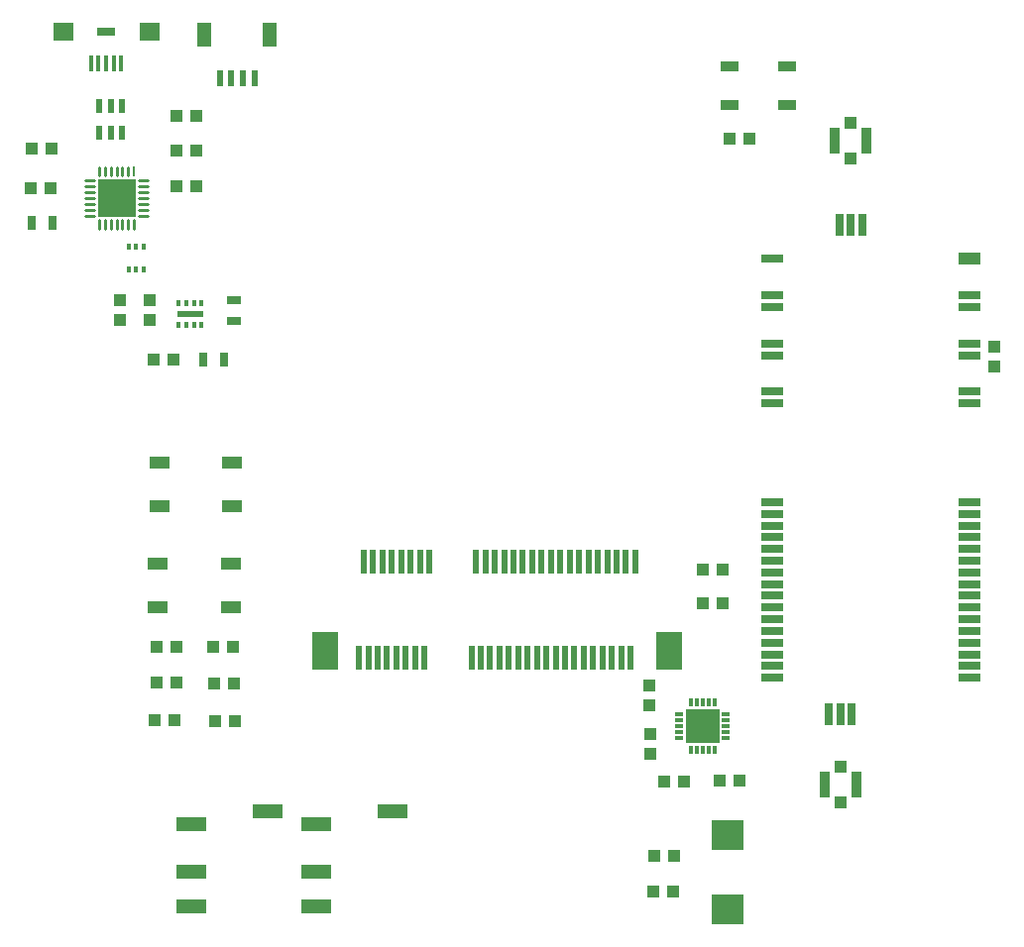
<source format=gbr>
G04 EAGLE Gerber RS-274X export*
G75*
%MOMM*%
%FSLAX34Y34*%
%LPD*%
%INSolderpaste Top*%
%IPPOS*%
%AMOC8*
5,1,8,0,0,1.08239X$1,22.5*%
G01*
%ADD10R,1.850000X0.800000*%
%ADD11R,0.800000X1.850000*%
%ADD12R,1.850000X1.000000*%
%ADD13R,0.600000X2.000000*%
%ADD14R,2.300000X3.200000*%
%ADD15R,0.750000X0.300000*%
%ADD16R,0.300000X0.750000*%
%ADD17R,2.900000X2.900000*%
%ADD18R,2.500000X1.200000*%
%ADD19R,0.850000X2.200000*%
%ADD20R,1.000000X1.050000*%
%ADD21R,0.400000X1.450000*%
%ADD22R,1.800000X1.500000*%
%ADD23R,1.500000X0.700000*%
%ADD24R,0.600000X1.200000*%
%ADD25R,0.300000X0.600000*%
%ADD26R,2.250000X0.600000*%
%ADD27R,0.620000X0.600000*%
%ADD28R,1.200000X0.800000*%
%ADD29R,0.800000X1.200000*%
%ADD30R,1.100000X1.000000*%
%ADD31R,1.000000X1.100000*%
%ADD32R,0.400000X0.500000*%
%ADD33R,1.800000X1.100000*%
%ADD34R,1.500000X0.900000*%
%ADD35R,2.700000X2.550000*%
%ADD36R,1.200000X2.000000*%
%ADD37R,0.600000X1.350000*%
%ADD38R,2.056000X2.056000*%
%ADD39R,0.242000X0.960000*%
%ADD40C,0.242000*%
%ADD41R,3.250000X3.250000*%


D10*
X857200Y595550D03*
X857200Y564350D03*
X857200Y554350D03*
X857200Y523150D03*
X857200Y513150D03*
X857200Y481950D03*
X857200Y471950D03*
X857200Y387450D03*
X857200Y377450D03*
X857200Y367450D03*
X857200Y357450D03*
X857200Y347450D03*
X857200Y337450D03*
X857200Y327450D03*
X857200Y317450D03*
X857200Y307450D03*
X857200Y297450D03*
X857200Y287450D03*
X857200Y277450D03*
X857200Y267450D03*
X857200Y257450D03*
X857200Y247450D03*
X857200Y237450D03*
D11*
X905150Y206300D03*
X915150Y206300D03*
X925150Y206300D03*
D10*
X1025200Y237450D03*
X1025200Y247450D03*
X1025200Y257450D03*
X1025200Y267450D03*
X1025200Y277450D03*
X1025200Y287450D03*
X1025200Y297450D03*
X1025200Y307450D03*
X1025200Y317450D03*
X1025200Y327450D03*
X1025200Y337450D03*
X1025200Y347450D03*
X1025200Y357450D03*
X1025200Y367450D03*
X1025200Y377450D03*
X1025200Y387450D03*
X1025200Y471950D03*
X1025200Y481950D03*
X1025200Y513150D03*
X1025200Y523150D03*
X1025200Y554350D03*
X1025200Y564350D03*
D12*
X1025200Y595550D03*
D11*
X934290Y624500D03*
X924290Y624500D03*
X914290Y624500D03*
D13*
X504070Y254470D03*
X508070Y336470D03*
X512070Y254470D03*
X516070Y336470D03*
X520070Y254470D03*
X524070Y336470D03*
X528070Y254470D03*
X532070Y336470D03*
X536070Y254470D03*
X540070Y336470D03*
X544070Y254470D03*
X548070Y336470D03*
X552070Y254470D03*
X556070Y336470D03*
X560070Y254470D03*
X564070Y336470D03*
X600070Y254470D03*
X604070Y336470D03*
X608070Y254470D03*
X612070Y336470D03*
X616070Y254470D03*
X620070Y336470D03*
X624070Y254470D03*
X628070Y336470D03*
X632070Y254470D03*
X636070Y336470D03*
X640070Y254470D03*
X644070Y336470D03*
X648070Y254470D03*
X652070Y336470D03*
X656070Y254470D03*
X660070Y336470D03*
X664070Y254470D03*
X668070Y336470D03*
X672070Y254470D03*
X676070Y336470D03*
X680070Y254470D03*
X684070Y336470D03*
X688070Y254470D03*
X692070Y336470D03*
X696070Y254470D03*
X700070Y336470D03*
X704070Y254470D03*
X708070Y336470D03*
X712070Y254470D03*
X716070Y336470D03*
X720070Y254470D03*
X724070Y336470D03*
X728070Y254470D03*
X732070Y336470D03*
X736070Y254470D03*
X740070Y336470D03*
D14*
X475570Y260470D03*
X768570Y260470D03*
D15*
X777500Y206100D03*
X777500Y201100D03*
X777500Y196100D03*
X777500Y191100D03*
X777500Y186100D03*
D16*
X787500Y176100D03*
X792500Y176100D03*
X797500Y176100D03*
X802500Y176100D03*
X807500Y176100D03*
D15*
X817500Y186100D03*
X817500Y191100D03*
X817500Y196100D03*
X817500Y201100D03*
X817500Y206100D03*
D16*
X807500Y216100D03*
X802500Y216100D03*
X797500Y216100D03*
X792500Y216100D03*
X787500Y216100D03*
D17*
X797500Y196100D03*
D18*
X360900Y112000D03*
X425900Y123000D03*
X360900Y72000D03*
X360900Y42000D03*
X467500Y112000D03*
X532500Y123000D03*
X467500Y72000D03*
X467500Y42000D03*
D19*
X937750Y696500D03*
X910250Y696500D03*
D20*
X924000Y681250D03*
X924000Y711750D03*
D19*
X901550Y146400D03*
X929050Y146400D03*
D20*
X915300Y161650D03*
X915300Y131150D03*
D21*
X288100Y762450D03*
X294600Y762450D03*
X301100Y762450D03*
X281600Y762450D03*
X275100Y762450D03*
D22*
X324940Y789700D03*
D23*
X288100Y789700D03*
D22*
X251260Y789700D03*
D24*
X301500Y726200D03*
X292000Y726200D03*
X282500Y726200D03*
X282500Y703200D03*
X292000Y703200D03*
X301500Y703200D03*
D25*
X350150Y538800D03*
X356650Y538800D03*
X363150Y538800D03*
X369650Y538800D03*
X369650Y557800D03*
X363150Y557800D03*
X356650Y557800D03*
X350150Y557800D03*
D26*
X359900Y548300D03*
D27*
X351740Y548300D03*
X368060Y548300D03*
X359900Y548300D03*
D28*
X397238Y542508D03*
X397238Y560508D03*
D29*
X370900Y509550D03*
X388900Y509550D03*
D30*
X345300Y509550D03*
X328300Y509550D03*
D31*
X299900Y560300D03*
X299900Y543300D03*
X324900Y542900D03*
X324900Y559900D03*
D30*
X348100Y717850D03*
X365100Y717850D03*
X348100Y687850D03*
X365100Y687850D03*
X348100Y657850D03*
X365100Y657850D03*
D29*
X224300Y626000D03*
X242300Y626000D03*
D30*
X224300Y689600D03*
X241300Y689600D03*
X223800Y655700D03*
X240800Y655700D03*
D32*
X320300Y586500D03*
X313800Y586500D03*
X307300Y586500D03*
X307300Y605500D03*
X313800Y605500D03*
X320300Y605500D03*
D33*
X333758Y384072D03*
X395758Y384072D03*
X333758Y421072D03*
X395758Y421072D03*
D31*
X1046700Y520700D03*
X1046700Y503700D03*
D33*
X332358Y297832D03*
X394358Y297832D03*
X332358Y334832D03*
X394358Y334832D03*
D34*
X820552Y760222D03*
X820552Y727222D03*
X869552Y760222D03*
X869552Y727222D03*
D30*
X820432Y698188D03*
X837432Y698188D03*
X773000Y85000D03*
X756000Y85000D03*
X772500Y55000D03*
X755500Y55000D03*
D31*
X752000Y213500D03*
X752000Y230500D03*
D30*
X812000Y149500D03*
X829000Y149500D03*
D31*
X752500Y172500D03*
X752500Y189500D03*
D30*
X764500Y148500D03*
X781500Y148500D03*
D35*
X819000Y39300D03*
X819000Y102700D03*
D36*
X428000Y786750D03*
X372000Y786750D03*
D37*
X415000Y750000D03*
X405000Y750000D03*
X395000Y750000D03*
X385000Y750000D03*
D38*
X297000Y647500D03*
D39*
X312000Y670260D03*
D40*
X307000Y673850D02*
X307000Y666670D01*
X302000Y666670D02*
X302000Y673850D01*
X297000Y673850D02*
X297000Y666670D01*
X292000Y666670D02*
X292000Y673850D01*
X287000Y673850D02*
X287000Y666670D01*
X282000Y666670D02*
X282000Y673850D01*
X282000Y628330D02*
X282000Y621150D01*
X287000Y621150D02*
X287000Y628330D01*
X292000Y628330D02*
X292000Y621150D01*
X297000Y621150D02*
X297000Y628330D01*
X302000Y628330D02*
X302000Y621150D01*
X307000Y621150D02*
X307000Y628330D01*
X312000Y628330D02*
X312000Y621150D01*
X277830Y662500D02*
X270650Y662500D01*
X270650Y657500D02*
X277830Y657500D01*
X277830Y652500D02*
X270650Y652500D01*
X270650Y647500D02*
X277830Y647500D01*
X277830Y642500D02*
X270650Y642500D01*
X270650Y637500D02*
X277830Y637500D01*
X277830Y632500D02*
X270650Y632500D01*
X316170Y632500D02*
X323350Y632500D01*
X323350Y637500D02*
X316170Y637500D01*
X316170Y642500D02*
X323350Y642500D01*
X323350Y647500D02*
X316170Y647500D01*
X316170Y652500D02*
X323350Y652500D01*
X323350Y657500D02*
X316170Y657500D01*
X316170Y662500D02*
X323350Y662500D01*
D41*
X297000Y647500D03*
D30*
X797570Y329548D03*
X814570Y329548D03*
X798086Y300818D03*
X815086Y300818D03*
X347828Y233164D03*
X330828Y233164D03*
X379985Y232910D03*
X396985Y232910D03*
X330828Y263398D03*
X347828Y263398D03*
X379731Y263398D03*
X396731Y263398D03*
X346828Y201168D03*
X329828Y201168D03*
X380985Y200660D03*
X397985Y200660D03*
M02*

</source>
